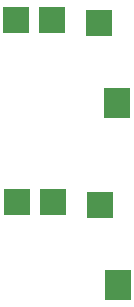
<source format=gtp>
G04*
G04 #@! TF.GenerationSoftware,Altium Limited,Altium Designer,24.2.2 (26)*
G04*
G04 Layer_Color=8421504*
%FSLAX44Y44*%
%MOMM*%
G71*
G04*
G04 #@! TF.SameCoordinates,0EA0B31A-DED8-4D88-AA7A-5696349AFEB5*
G04*
G04*
G04 #@! TF.FilePolarity,Positive*
G04*
G01*
G75*
%ADD17R,2.2000X2.3000*%
%ADD18R,2.2000X2.5000*%
D17*
X55000Y-279500D02*
D03*
X85000D02*
D03*
X125000Y-281500D02*
D03*
X54000Y-125500D02*
D03*
X84000D02*
D03*
X124000Y-127500D02*
D03*
D18*
X140000Y-349500D02*
D03*
X139000Y-195500D02*
D03*
M02*

</source>
